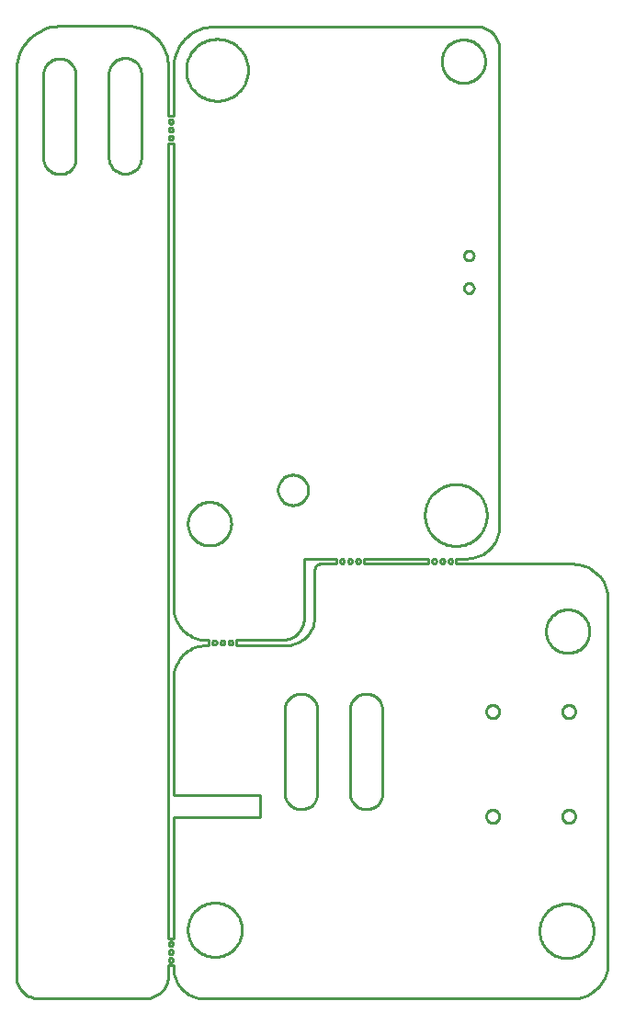
<source format=gbr>
G04 EAGLE Gerber RS-274X export*
G75*
%MOMM*%
%FSLAX34Y34*%
%LPD*%
%IN*%
%IPPOS*%
%AMOC8*
5,1,8,0,0,1.08239X$1,22.5*%
G01*
%ADD10C,0.254000*%


D10*
X0Y20000D02*
X76Y18257D01*
X304Y16527D01*
X681Y14824D01*
X1206Y13160D01*
X1874Y11548D01*
X2680Y10000D01*
X3617Y8528D01*
X4679Y7144D01*
X5858Y5858D01*
X7144Y4679D01*
X8528Y3617D01*
X10000Y2680D01*
X11548Y1874D01*
X13160Y1206D01*
X14824Y681D01*
X16527Y304D01*
X18257Y76D01*
X20000Y0D01*
X117500Y0D01*
X119336Y-51D01*
X121169Y59D01*
X122986Y327D01*
X124773Y753D01*
X126516Y1334D01*
X128201Y2063D01*
X129816Y2937D01*
X131349Y3949D01*
X132789Y5090D01*
X134123Y6352D01*
X135342Y7726D01*
X136437Y9201D01*
X137399Y10766D01*
X138221Y12408D01*
X138896Y14116D01*
X139421Y15876D01*
X139789Y17675D01*
X140000Y19500D01*
X140000Y30000D01*
X145000Y30000D01*
X144887Y27594D01*
X144984Y25187D01*
X145290Y22797D01*
X145803Y20444D01*
X146520Y18144D01*
X147434Y15915D01*
X148539Y13775D01*
X149827Y11738D01*
X151287Y9822D01*
X152908Y8041D01*
X154679Y6407D01*
X156585Y4934D01*
X158612Y3633D01*
X160745Y2514D01*
X162968Y1584D01*
X165263Y852D01*
X167613Y323D01*
X170000Y0D01*
X515000Y0D01*
X517823Y342D01*
X520606Y928D01*
X523326Y1754D01*
X525965Y2815D01*
X528501Y4102D01*
X530915Y5604D01*
X533189Y7312D01*
X535306Y9211D01*
X537249Y11287D01*
X539003Y13525D01*
X540556Y15907D01*
X541896Y18415D01*
X543012Y21031D01*
X543895Y23734D01*
X544540Y26503D01*
X544940Y29318D01*
X545094Y32158D01*
X545000Y35000D01*
X545000Y370000D01*
X544658Y372823D01*
X544072Y375606D01*
X543246Y378326D01*
X542185Y380965D01*
X540898Y383501D01*
X539396Y385915D01*
X537689Y388189D01*
X535789Y390306D01*
X533713Y392249D01*
X531476Y394003D01*
X529093Y395556D01*
X526585Y396896D01*
X523969Y398012D01*
X521266Y398895D01*
X518497Y399540D01*
X515682Y399940D01*
X512842Y400094D01*
X510000Y400000D01*
X405000Y400000D01*
X405000Y405000D01*
X415000Y405000D01*
X417615Y405114D01*
X420209Y405456D01*
X422765Y406022D01*
X425261Y406809D01*
X427679Y407811D01*
X430000Y409019D01*
X432207Y410425D01*
X434284Y412019D01*
X436213Y413787D01*
X437981Y415716D01*
X439575Y417793D01*
X440981Y420000D01*
X442189Y422321D01*
X443191Y424739D01*
X443978Y427235D01*
X444544Y429791D01*
X444886Y432385D01*
X445000Y435000D01*
X445000Y875000D01*
X444833Y876826D01*
X444507Y878631D01*
X444026Y880401D01*
X443392Y882122D01*
X442610Y883781D01*
X441687Y885366D01*
X440629Y886864D01*
X439444Y888265D01*
X438142Y889556D01*
X436733Y890730D01*
X435226Y891776D01*
X433634Y892687D01*
X431969Y893455D01*
X430243Y894076D01*
X428469Y894543D01*
X426662Y894855D01*
X424834Y895007D01*
X423000Y895000D01*
X185000Y895000D01*
X181722Y895075D01*
X178450Y894864D01*
X175209Y894369D01*
X172023Y893594D01*
X168918Y892543D01*
X165915Y891226D01*
X163039Y889652D01*
X160311Y887834D01*
X157751Y885784D01*
X155380Y883520D01*
X153216Y881057D01*
X151274Y878415D01*
X149570Y875614D01*
X148117Y872675D01*
X146925Y869621D01*
X146004Y866474D01*
X145361Y863259D01*
X145000Y860000D01*
X145000Y812500D01*
X140000Y812500D01*
X140000Y858000D01*
X139857Y861268D01*
X139430Y864512D01*
X138722Y867706D01*
X137738Y870826D01*
X136487Y873848D01*
X134976Y876750D01*
X133218Y879509D01*
X131227Y882105D01*
X129017Y884517D01*
X126605Y886727D01*
X124009Y888718D01*
X121250Y890476D01*
X118348Y891987D01*
X115326Y893238D01*
X112206Y894222D01*
X109012Y894930D01*
X105768Y895357D01*
X102500Y895500D01*
X42500Y895500D01*
X38952Y895509D01*
X35417Y895208D01*
X31922Y894601D01*
X28492Y893691D01*
X25155Y892486D01*
X21936Y890995D01*
X18859Y889229D01*
X15948Y887201D01*
X13225Y884927D01*
X10710Y882425D01*
X8422Y879712D01*
X6380Y876811D01*
X4599Y873743D01*
X3091Y870532D01*
X1870Y867201D01*
X943Y863776D01*
X318Y860284D01*
X0Y856750D01*
X0Y20000D01*
X140000Y55000D02*
X145000Y55000D01*
X145000Y167000D01*
X225000Y167000D01*
X225000Y187000D01*
X145000Y187000D01*
X145000Y295000D01*
X145114Y297615D01*
X145456Y300209D01*
X146022Y302765D01*
X146809Y305261D01*
X147811Y307679D01*
X149019Y310000D01*
X150425Y312207D01*
X152019Y314284D01*
X153787Y316213D01*
X155716Y317981D01*
X157793Y319575D01*
X160000Y320981D01*
X162321Y322189D01*
X164739Y323191D01*
X167235Y323978D01*
X169791Y324544D01*
X172385Y324886D01*
X175000Y325000D01*
X177500Y325000D01*
X177500Y330000D01*
X175000Y330000D01*
X172385Y330114D01*
X169791Y330456D01*
X167235Y331022D01*
X164739Y331809D01*
X162321Y332811D01*
X160000Y334019D01*
X157793Y335425D01*
X155716Y337019D01*
X153787Y338787D01*
X152019Y340716D01*
X150425Y342793D01*
X149019Y345000D01*
X147811Y347321D01*
X146809Y349739D01*
X146022Y352235D01*
X145456Y354791D01*
X145114Y357385D01*
X145000Y360000D01*
X145000Y787500D01*
X140000Y787500D01*
X140000Y55000D01*
X307300Y189100D02*
X307357Y187793D01*
X307528Y186495D01*
X307811Y185218D01*
X308205Y183970D01*
X308705Y182761D01*
X309310Y181600D01*
X310013Y180496D01*
X310809Y179458D01*
X311693Y178493D01*
X312658Y177609D01*
X313696Y176813D01*
X314800Y176110D01*
X315961Y175505D01*
X317170Y175005D01*
X318418Y174611D01*
X319695Y174328D01*
X320993Y174157D01*
X322300Y174100D01*
X323566Y174112D01*
X324826Y174233D01*
X326070Y174465D01*
X327289Y174803D01*
X328475Y175247D01*
X329617Y175793D01*
X330707Y176436D01*
X331737Y177171D01*
X332700Y177993D01*
X333586Y178897D01*
X334391Y179874D01*
X335107Y180917D01*
X335730Y182019D01*
X336255Y183171D01*
X336677Y184364D01*
X336993Y185590D01*
X337201Y186838D01*
X337300Y188100D01*
X337300Y265500D01*
X337243Y266807D01*
X337072Y268105D01*
X336789Y269382D01*
X336395Y270630D01*
X335895Y271839D01*
X335290Y273000D01*
X334587Y274104D01*
X333791Y275142D01*
X332907Y276107D01*
X331942Y276991D01*
X330904Y277787D01*
X329800Y278490D01*
X328639Y279095D01*
X327430Y279595D01*
X326182Y279989D01*
X324905Y280272D01*
X323607Y280443D01*
X322300Y280500D01*
X320993Y280443D01*
X319695Y280272D01*
X318418Y279989D01*
X317170Y279595D01*
X315961Y279095D01*
X314800Y278490D01*
X313696Y277787D01*
X312658Y276991D01*
X311693Y276107D01*
X310809Y275142D01*
X310013Y274104D01*
X309310Y273000D01*
X308705Y271839D01*
X308205Y270630D01*
X307811Y269382D01*
X307528Y268105D01*
X307357Y266807D01*
X307300Y265500D01*
X307300Y189100D01*
X247300Y189100D02*
X247357Y187793D01*
X247528Y186495D01*
X247811Y185218D01*
X248205Y183970D01*
X248705Y182761D01*
X249310Y181600D01*
X250013Y180496D01*
X250809Y179458D01*
X251693Y178493D01*
X252658Y177609D01*
X253696Y176813D01*
X254800Y176110D01*
X255961Y175505D01*
X257170Y175005D01*
X258418Y174611D01*
X259695Y174328D01*
X260993Y174157D01*
X262300Y174100D01*
X263566Y174112D01*
X264826Y174233D01*
X266070Y174465D01*
X267289Y174803D01*
X268475Y175247D01*
X269617Y175793D01*
X270707Y176436D01*
X271737Y177171D01*
X272700Y177993D01*
X273586Y178897D01*
X274391Y179874D01*
X275107Y180917D01*
X275730Y182019D01*
X276255Y183171D01*
X276677Y184364D01*
X276993Y185590D01*
X277201Y186838D01*
X277300Y188100D01*
X277300Y265500D01*
X277243Y266807D01*
X277072Y268105D01*
X276789Y269382D01*
X276395Y270630D01*
X275895Y271839D01*
X275290Y273000D01*
X274587Y274104D01*
X273791Y275142D01*
X272907Y276107D01*
X271942Y276991D01*
X270904Y277787D01*
X269800Y278490D01*
X268639Y279095D01*
X267430Y279595D01*
X266182Y279989D01*
X264905Y280272D01*
X263607Y280443D01*
X262300Y280500D01*
X260993Y280443D01*
X259695Y280272D01*
X258418Y279989D01*
X257170Y279595D01*
X255961Y279095D01*
X254800Y278490D01*
X253696Y277787D01*
X252658Y276991D01*
X251693Y276107D01*
X250809Y275142D01*
X250013Y274104D01*
X249310Y273000D01*
X248705Y271839D01*
X248205Y270630D01*
X247811Y269382D01*
X247528Y268105D01*
X247357Y266807D01*
X247300Y265500D01*
X247300Y189100D01*
X202500Y325000D02*
X245000Y325000D01*
X247406Y324887D01*
X249813Y324984D01*
X252203Y325290D01*
X254556Y325803D01*
X256856Y326520D01*
X259085Y327434D01*
X261225Y328539D01*
X263262Y329827D01*
X265178Y331287D01*
X266959Y332908D01*
X268593Y334679D01*
X270066Y336585D01*
X271367Y338612D01*
X272487Y340745D01*
X273416Y342968D01*
X274148Y345263D01*
X274677Y347613D01*
X275000Y350000D01*
X275000Y395000D01*
X275019Y395436D01*
X275076Y395868D01*
X275170Y396294D01*
X275302Y396710D01*
X275468Y397113D01*
X275670Y397500D01*
X275904Y397868D01*
X276170Y398214D01*
X276464Y398536D01*
X276786Y398830D01*
X277132Y399096D01*
X277500Y399330D01*
X277887Y399532D01*
X278290Y399698D01*
X278706Y399830D01*
X279132Y399924D01*
X279564Y399981D01*
X280000Y400000D01*
X295000Y400000D01*
X295000Y405000D01*
X265000Y405000D01*
X265000Y350000D01*
X264924Y348257D01*
X264696Y346527D01*
X264319Y344824D01*
X263794Y343160D01*
X263126Y341548D01*
X262321Y340000D01*
X261383Y338528D01*
X260321Y337144D01*
X259142Y335858D01*
X257856Y334679D01*
X256472Y333617D01*
X255000Y332680D01*
X253452Y331874D01*
X251840Y331206D01*
X250176Y330681D01*
X248473Y330304D01*
X246743Y330076D01*
X245000Y330000D01*
X202500Y330000D01*
X202500Y325000D01*
X85200Y774500D02*
X85257Y773193D01*
X85428Y771895D01*
X85711Y770618D01*
X86105Y769370D01*
X86605Y768161D01*
X87210Y767000D01*
X87913Y765896D01*
X88709Y764858D01*
X89593Y763893D01*
X90558Y763009D01*
X91596Y762213D01*
X92700Y761510D01*
X93861Y760905D01*
X95070Y760405D01*
X96318Y760011D01*
X97595Y759728D01*
X98893Y759557D01*
X100200Y759500D01*
X101507Y759557D01*
X102805Y759728D01*
X104082Y760011D01*
X105330Y760405D01*
X106539Y760905D01*
X107700Y761510D01*
X108804Y762213D01*
X109842Y763009D01*
X110807Y763893D01*
X111691Y764858D01*
X112487Y765896D01*
X113190Y767000D01*
X113795Y768161D01*
X114295Y769370D01*
X114689Y770618D01*
X114972Y771895D01*
X115143Y773193D01*
X115200Y774500D01*
X115200Y850900D01*
X115143Y852207D01*
X114972Y853505D01*
X114689Y854782D01*
X114295Y856030D01*
X113795Y857239D01*
X113190Y858400D01*
X112487Y859504D01*
X111691Y860542D01*
X110807Y861507D01*
X109842Y862391D01*
X108804Y863187D01*
X107700Y863890D01*
X106539Y864495D01*
X105330Y864995D01*
X104082Y865389D01*
X102805Y865672D01*
X101507Y865843D01*
X100200Y865900D01*
X98934Y865888D01*
X97675Y865767D01*
X96430Y865535D01*
X95211Y865197D01*
X94025Y864753D01*
X92883Y864207D01*
X91793Y863565D01*
X90763Y862829D01*
X89801Y862007D01*
X88914Y861103D01*
X88109Y860126D01*
X87393Y859083D01*
X86770Y857981D01*
X86245Y856829D01*
X85824Y855636D01*
X85507Y854410D01*
X85299Y853162D01*
X85200Y851900D01*
X85200Y774500D01*
X24800Y774100D02*
X24857Y772793D01*
X25028Y771495D01*
X25311Y770218D01*
X25705Y768970D01*
X26205Y767761D01*
X26810Y766600D01*
X27513Y765496D01*
X28309Y764458D01*
X29193Y763493D01*
X30158Y762609D01*
X31196Y761813D01*
X32300Y761110D01*
X33461Y760505D01*
X34670Y760005D01*
X35918Y759611D01*
X37195Y759328D01*
X38493Y759157D01*
X39800Y759100D01*
X41066Y759112D01*
X42326Y759233D01*
X43570Y759465D01*
X44789Y759803D01*
X45975Y760247D01*
X47117Y760793D01*
X48207Y761436D01*
X49237Y762171D01*
X50200Y762993D01*
X51086Y763897D01*
X51891Y764874D01*
X52607Y765917D01*
X53230Y767019D01*
X53755Y768171D01*
X54177Y769364D01*
X54493Y770590D01*
X54701Y771838D01*
X54800Y773100D01*
X54800Y850500D01*
X54743Y851807D01*
X54572Y853105D01*
X54289Y854382D01*
X53895Y855630D01*
X53395Y856839D01*
X52790Y858000D01*
X52087Y859104D01*
X51291Y860142D01*
X50407Y861107D01*
X49442Y861991D01*
X48404Y862787D01*
X47300Y863490D01*
X46139Y864095D01*
X44930Y864595D01*
X43682Y864989D01*
X42405Y865272D01*
X41107Y865443D01*
X39800Y865500D01*
X38493Y865443D01*
X37195Y865272D01*
X35918Y864989D01*
X34670Y864595D01*
X33461Y864095D01*
X32300Y863490D01*
X31196Y862787D01*
X30158Y861991D01*
X29193Y861107D01*
X28309Y860142D01*
X27513Y859104D01*
X26810Y858000D01*
X26205Y856839D01*
X25705Y855630D01*
X25311Y854382D01*
X25028Y853105D01*
X24857Y851807D01*
X24800Y850500D01*
X24800Y774100D01*
X320000Y400000D02*
X380000Y400000D01*
X380000Y405000D01*
X320000Y405000D01*
X320000Y400000D01*
X302000Y402303D02*
X301923Y401917D01*
X301772Y401553D01*
X301554Y401225D01*
X301275Y400947D01*
X300947Y400728D01*
X300583Y400577D01*
X300197Y400500D01*
X299803Y400500D01*
X299417Y400577D01*
X299053Y400728D01*
X298725Y400947D01*
X298447Y401225D01*
X298228Y401553D01*
X298077Y401917D01*
X298000Y402303D01*
X298000Y402697D01*
X298077Y403083D01*
X298228Y403447D01*
X298447Y403775D01*
X298725Y404054D01*
X299053Y404272D01*
X299417Y404423D01*
X299803Y404500D01*
X300197Y404500D01*
X300583Y404423D01*
X300947Y404272D01*
X301275Y404054D01*
X301554Y403775D01*
X301772Y403447D01*
X301923Y403083D01*
X302000Y402697D01*
X302000Y402303D01*
X309500Y402303D02*
X309423Y401917D01*
X309272Y401553D01*
X309054Y401225D01*
X308775Y400947D01*
X308447Y400728D01*
X308083Y400577D01*
X307697Y400500D01*
X307303Y400500D01*
X306917Y400577D01*
X306553Y400728D01*
X306225Y400947D01*
X305947Y401225D01*
X305728Y401553D01*
X305577Y401917D01*
X305500Y402303D01*
X305500Y402697D01*
X305577Y403083D01*
X305728Y403447D01*
X305947Y403775D01*
X306225Y404054D01*
X306553Y404272D01*
X306917Y404423D01*
X307303Y404500D01*
X307697Y404500D01*
X308083Y404423D01*
X308447Y404272D01*
X308775Y404054D01*
X309054Y403775D01*
X309272Y403447D01*
X309423Y403083D01*
X309500Y402697D01*
X309500Y402303D01*
X317000Y402303D02*
X316923Y401917D01*
X316772Y401553D01*
X316554Y401225D01*
X316275Y400947D01*
X315947Y400728D01*
X315583Y400577D01*
X315197Y400500D01*
X314803Y400500D01*
X314417Y400577D01*
X314053Y400728D01*
X313725Y400947D01*
X313447Y401225D01*
X313228Y401553D01*
X313077Y401917D01*
X313000Y402303D01*
X313000Y402697D01*
X313077Y403083D01*
X313228Y403447D01*
X313447Y403775D01*
X313725Y404054D01*
X314053Y404272D01*
X314417Y404423D01*
X314803Y404500D01*
X315197Y404500D01*
X315583Y404423D01*
X315947Y404272D01*
X316275Y404054D01*
X316554Y403775D01*
X316772Y403447D01*
X316923Y403083D01*
X317000Y402697D01*
X317000Y402303D01*
X387000Y402303D02*
X386923Y401917D01*
X386772Y401553D01*
X386554Y401225D01*
X386275Y400947D01*
X385947Y400728D01*
X385583Y400577D01*
X385197Y400500D01*
X384803Y400500D01*
X384417Y400577D01*
X384053Y400728D01*
X383725Y400947D01*
X383447Y401225D01*
X383228Y401553D01*
X383077Y401917D01*
X383000Y402303D01*
X383000Y402697D01*
X383077Y403083D01*
X383228Y403447D01*
X383447Y403775D01*
X383725Y404054D01*
X384053Y404272D01*
X384417Y404423D01*
X384803Y404500D01*
X385197Y404500D01*
X385583Y404423D01*
X385947Y404272D01*
X386275Y404054D01*
X386554Y403775D01*
X386772Y403447D01*
X386923Y403083D01*
X387000Y402697D01*
X387000Y402303D01*
X394500Y402303D02*
X394423Y401917D01*
X394272Y401553D01*
X394054Y401225D01*
X393775Y400947D01*
X393447Y400728D01*
X393083Y400577D01*
X392697Y400500D01*
X392303Y400500D01*
X391917Y400577D01*
X391553Y400728D01*
X391225Y400947D01*
X390947Y401225D01*
X390728Y401553D01*
X390577Y401917D01*
X390500Y402303D01*
X390500Y402697D01*
X390577Y403083D01*
X390728Y403447D01*
X390947Y403775D01*
X391225Y404054D01*
X391553Y404272D01*
X391917Y404423D01*
X392303Y404500D01*
X392697Y404500D01*
X393083Y404423D01*
X393447Y404272D01*
X393775Y404054D01*
X394054Y403775D01*
X394272Y403447D01*
X394423Y403083D01*
X394500Y402697D01*
X394500Y402303D01*
X402000Y402303D02*
X401923Y401917D01*
X401772Y401553D01*
X401554Y401225D01*
X401275Y400947D01*
X400947Y400728D01*
X400583Y400577D01*
X400197Y400500D01*
X399803Y400500D01*
X399417Y400577D01*
X399053Y400728D01*
X398725Y400947D01*
X398447Y401225D01*
X398228Y401553D01*
X398077Y401917D01*
X398000Y402303D01*
X398000Y402697D01*
X398077Y403083D01*
X398228Y403447D01*
X398447Y403775D01*
X398725Y404054D01*
X399053Y404272D01*
X399417Y404423D01*
X399803Y404500D01*
X400197Y404500D01*
X400583Y404423D01*
X400947Y404272D01*
X401275Y404054D01*
X401554Y403775D01*
X401772Y403447D01*
X401923Y403083D01*
X402000Y402697D01*
X402000Y402303D01*
X199500Y327303D02*
X199423Y326917D01*
X199272Y326553D01*
X199054Y326225D01*
X198775Y325947D01*
X198447Y325728D01*
X198083Y325577D01*
X197697Y325500D01*
X197303Y325500D01*
X196917Y325577D01*
X196553Y325728D01*
X196225Y325947D01*
X195947Y326225D01*
X195728Y326553D01*
X195577Y326917D01*
X195500Y327303D01*
X195500Y327697D01*
X195577Y328083D01*
X195728Y328447D01*
X195947Y328775D01*
X196225Y329054D01*
X196553Y329272D01*
X196917Y329423D01*
X197303Y329500D01*
X197697Y329500D01*
X198083Y329423D01*
X198447Y329272D01*
X198775Y329054D01*
X199054Y328775D01*
X199272Y328447D01*
X199423Y328083D01*
X199500Y327697D01*
X199500Y327303D01*
X184500Y327303D02*
X184423Y326917D01*
X184272Y326553D01*
X184054Y326225D01*
X183775Y325947D01*
X183447Y325728D01*
X183083Y325577D01*
X182697Y325500D01*
X182303Y325500D01*
X181917Y325577D01*
X181553Y325728D01*
X181225Y325947D01*
X180947Y326225D01*
X180728Y326553D01*
X180577Y326917D01*
X180500Y327303D01*
X180500Y327697D01*
X180577Y328083D01*
X180728Y328447D01*
X180947Y328775D01*
X181225Y329054D01*
X181553Y329272D01*
X181917Y329423D01*
X182303Y329500D01*
X182697Y329500D01*
X183083Y329423D01*
X183447Y329272D01*
X183775Y329054D01*
X184054Y328775D01*
X184272Y328447D01*
X184423Y328083D01*
X184500Y327697D01*
X184500Y327303D01*
X192000Y327303D02*
X191923Y326917D01*
X191772Y326553D01*
X191554Y326225D01*
X191275Y325947D01*
X190947Y325728D01*
X190583Y325577D01*
X190197Y325500D01*
X189803Y325500D01*
X189417Y325577D01*
X189053Y325728D01*
X188725Y325947D01*
X188447Y326225D01*
X188228Y326553D01*
X188077Y326917D01*
X188000Y327303D01*
X188000Y327697D01*
X188077Y328083D01*
X188228Y328447D01*
X188447Y328775D01*
X188725Y329054D01*
X189053Y329272D01*
X189417Y329423D01*
X189803Y329500D01*
X190197Y329500D01*
X190583Y329423D01*
X190947Y329272D01*
X191275Y329054D01*
X191554Y328775D01*
X191772Y328447D01*
X191923Y328083D01*
X192000Y327697D01*
X192000Y327303D01*
X213500Y854254D02*
X213422Y852763D01*
X213266Y851279D01*
X213032Y849805D01*
X212722Y848345D01*
X212336Y846903D01*
X211875Y845483D01*
X211340Y844090D01*
X210733Y842726D01*
X210055Y841396D01*
X209309Y840104D01*
X208496Y838852D01*
X207618Y837644D01*
X206679Y836484D01*
X205680Y835375D01*
X204625Y834320D01*
X203516Y833321D01*
X202356Y832382D01*
X201148Y831504D01*
X199896Y830691D01*
X198604Y829945D01*
X197274Y829268D01*
X195910Y828660D01*
X194517Y828126D01*
X193097Y827664D01*
X191655Y827278D01*
X190196Y826968D01*
X188721Y826734D01*
X187237Y826578D01*
X185746Y826500D01*
X184254Y826500D01*
X182763Y826578D01*
X181279Y826734D01*
X179805Y826968D01*
X178345Y827278D01*
X176903Y827664D01*
X175483Y828126D01*
X174090Y828660D01*
X172726Y829268D01*
X171396Y829945D01*
X170104Y830691D01*
X168852Y831504D01*
X167644Y832382D01*
X166484Y833321D01*
X165375Y834320D01*
X164320Y835375D01*
X163321Y836484D01*
X162382Y837644D01*
X161504Y838852D01*
X160691Y840104D01*
X159945Y841396D01*
X159268Y842726D01*
X158660Y844090D01*
X158126Y845483D01*
X157664Y846903D01*
X157278Y848345D01*
X156968Y849805D01*
X156734Y851279D01*
X156578Y852763D01*
X156500Y854254D01*
X156500Y855746D01*
X156578Y857237D01*
X156734Y858721D01*
X156968Y860196D01*
X157278Y861655D01*
X157664Y863097D01*
X158126Y864517D01*
X158660Y865910D01*
X159268Y867274D01*
X159945Y868604D01*
X160691Y869896D01*
X161504Y871148D01*
X162382Y872356D01*
X163321Y873516D01*
X164320Y874625D01*
X165375Y875680D01*
X166484Y876679D01*
X167644Y877618D01*
X168852Y878496D01*
X170104Y879309D01*
X171396Y880055D01*
X172726Y880733D01*
X174090Y881340D01*
X175483Y881875D01*
X176903Y882336D01*
X178345Y882722D01*
X179805Y883032D01*
X181279Y883266D01*
X182763Y883422D01*
X184254Y883500D01*
X185746Y883500D01*
X187237Y883422D01*
X188721Y883266D01*
X190196Y883032D01*
X191655Y882722D01*
X193097Y882336D01*
X194517Y881875D01*
X195910Y881340D01*
X197274Y880733D01*
X198604Y880055D01*
X199896Y879309D01*
X201148Y878496D01*
X202356Y877618D01*
X203516Y876679D01*
X204625Y875680D01*
X205680Y874625D01*
X206679Y873516D01*
X207618Y872356D01*
X208496Y871148D01*
X209309Y869896D01*
X210055Y868604D01*
X210733Y867274D01*
X211340Y865910D01*
X211875Y864517D01*
X212336Y863097D01*
X212722Y861655D01*
X213032Y860196D01*
X213266Y858721D01*
X213422Y857237D01*
X213500Y855746D01*
X213500Y854254D01*
X433500Y444254D02*
X433422Y442763D01*
X433266Y441279D01*
X433032Y439805D01*
X432722Y438345D01*
X432336Y436903D01*
X431875Y435483D01*
X431340Y434090D01*
X430733Y432726D01*
X430055Y431396D01*
X429309Y430104D01*
X428496Y428852D01*
X427618Y427644D01*
X426679Y426484D01*
X425680Y425375D01*
X424625Y424320D01*
X423516Y423321D01*
X422356Y422382D01*
X421148Y421504D01*
X419896Y420691D01*
X418604Y419945D01*
X417274Y419268D01*
X415910Y418660D01*
X414517Y418126D01*
X413097Y417664D01*
X411655Y417278D01*
X410196Y416968D01*
X408721Y416734D01*
X407237Y416578D01*
X405746Y416500D01*
X404254Y416500D01*
X402763Y416578D01*
X401279Y416734D01*
X399805Y416968D01*
X398345Y417278D01*
X396903Y417664D01*
X395483Y418126D01*
X394090Y418660D01*
X392726Y419268D01*
X391396Y419945D01*
X390104Y420691D01*
X388852Y421504D01*
X387644Y422382D01*
X386484Y423321D01*
X385375Y424320D01*
X384320Y425375D01*
X383321Y426484D01*
X382382Y427644D01*
X381504Y428852D01*
X380691Y430104D01*
X379945Y431396D01*
X379268Y432726D01*
X378660Y434090D01*
X378126Y435483D01*
X377664Y436903D01*
X377278Y438345D01*
X376968Y439805D01*
X376734Y441279D01*
X376578Y442763D01*
X376500Y444254D01*
X376500Y445746D01*
X376578Y447237D01*
X376734Y448721D01*
X376968Y450196D01*
X377278Y451655D01*
X377664Y453097D01*
X378126Y454517D01*
X378660Y455910D01*
X379268Y457274D01*
X379945Y458604D01*
X380691Y459896D01*
X381504Y461148D01*
X382382Y462356D01*
X383321Y463516D01*
X384320Y464625D01*
X385375Y465680D01*
X386484Y466679D01*
X387644Y467618D01*
X388852Y468496D01*
X390104Y469309D01*
X391396Y470055D01*
X392726Y470733D01*
X394090Y471340D01*
X395483Y471875D01*
X396903Y472336D01*
X398345Y472722D01*
X399805Y473032D01*
X401279Y473266D01*
X402763Y473422D01*
X404254Y473500D01*
X405746Y473500D01*
X407237Y473422D01*
X408721Y473266D01*
X410196Y473032D01*
X411655Y472722D01*
X413097Y472336D01*
X414517Y471875D01*
X415910Y471340D01*
X417274Y470733D01*
X418604Y470055D01*
X419896Y469309D01*
X421148Y468496D01*
X422356Y467618D01*
X423516Y466679D01*
X424625Y465680D01*
X425680Y464625D01*
X426679Y463516D01*
X427618Y462356D01*
X428496Y461148D01*
X429309Y459896D01*
X430055Y458604D01*
X430733Y457274D01*
X431340Y455910D01*
X431875Y454517D01*
X432336Y453097D01*
X432722Y451655D01*
X433032Y450196D01*
X433266Y448721D01*
X433422Y447237D01*
X433500Y445746D01*
X433500Y444254D01*
X144500Y34803D02*
X144423Y34417D01*
X144272Y34053D01*
X144054Y33725D01*
X143775Y33447D01*
X143447Y33228D01*
X143083Y33077D01*
X142697Y33000D01*
X142303Y33000D01*
X141917Y33077D01*
X141553Y33228D01*
X141225Y33447D01*
X140947Y33725D01*
X140728Y34053D01*
X140577Y34417D01*
X140500Y34803D01*
X140500Y35197D01*
X140577Y35583D01*
X140728Y35947D01*
X140947Y36275D01*
X141225Y36554D01*
X141553Y36772D01*
X141917Y36923D01*
X142303Y37000D01*
X142697Y37000D01*
X143083Y36923D01*
X143447Y36772D01*
X143775Y36554D01*
X144054Y36275D01*
X144272Y35947D01*
X144423Y35583D01*
X144500Y35197D01*
X144500Y34803D01*
X144500Y42303D02*
X144423Y41917D01*
X144272Y41553D01*
X144054Y41225D01*
X143775Y40947D01*
X143447Y40728D01*
X143083Y40577D01*
X142697Y40500D01*
X142303Y40500D01*
X141917Y40577D01*
X141553Y40728D01*
X141225Y40947D01*
X140947Y41225D01*
X140728Y41553D01*
X140577Y41917D01*
X140500Y42303D01*
X140500Y42697D01*
X140577Y43083D01*
X140728Y43447D01*
X140947Y43775D01*
X141225Y44054D01*
X141553Y44272D01*
X141917Y44423D01*
X142303Y44500D01*
X142697Y44500D01*
X143083Y44423D01*
X143447Y44272D01*
X143775Y44054D01*
X144054Y43775D01*
X144272Y43447D01*
X144423Y43083D01*
X144500Y42697D01*
X144500Y42303D01*
X144500Y49803D02*
X144423Y49417D01*
X144272Y49053D01*
X144054Y48725D01*
X143775Y48447D01*
X143447Y48228D01*
X143083Y48077D01*
X142697Y48000D01*
X142303Y48000D01*
X141917Y48077D01*
X141553Y48228D01*
X141225Y48447D01*
X140947Y48725D01*
X140728Y49053D01*
X140577Y49417D01*
X140500Y49803D01*
X140500Y50197D01*
X140577Y50583D01*
X140728Y50947D01*
X140947Y51275D01*
X141225Y51554D01*
X141553Y51772D01*
X141917Y51923D01*
X142303Y52000D01*
X142697Y52000D01*
X143083Y51923D01*
X143447Y51772D01*
X143775Y51554D01*
X144054Y51275D01*
X144272Y50947D01*
X144423Y50583D01*
X144500Y50197D01*
X144500Y49803D01*
X144500Y792303D02*
X144423Y791917D01*
X144272Y791553D01*
X144054Y791225D01*
X143775Y790947D01*
X143447Y790728D01*
X143083Y790577D01*
X142697Y790500D01*
X142303Y790500D01*
X141917Y790577D01*
X141553Y790728D01*
X141225Y790947D01*
X140947Y791225D01*
X140728Y791553D01*
X140577Y791917D01*
X140500Y792303D01*
X140500Y792697D01*
X140577Y793083D01*
X140728Y793447D01*
X140947Y793775D01*
X141225Y794054D01*
X141553Y794272D01*
X141917Y794423D01*
X142303Y794500D01*
X142697Y794500D01*
X143083Y794423D01*
X143447Y794272D01*
X143775Y794054D01*
X144054Y793775D01*
X144272Y793447D01*
X144423Y793083D01*
X144500Y792697D01*
X144500Y792303D01*
X144500Y799803D02*
X144423Y799417D01*
X144272Y799053D01*
X144054Y798725D01*
X143775Y798447D01*
X143447Y798228D01*
X143083Y798077D01*
X142697Y798000D01*
X142303Y798000D01*
X141917Y798077D01*
X141553Y798228D01*
X141225Y798447D01*
X140947Y798725D01*
X140728Y799053D01*
X140577Y799417D01*
X140500Y799803D01*
X140500Y800197D01*
X140577Y800583D01*
X140728Y800947D01*
X140947Y801275D01*
X141225Y801554D01*
X141553Y801772D01*
X141917Y801923D01*
X142303Y802000D01*
X142697Y802000D01*
X143083Y801923D01*
X143447Y801772D01*
X143775Y801554D01*
X144054Y801275D01*
X144272Y800947D01*
X144423Y800583D01*
X144500Y800197D01*
X144500Y799803D01*
X144500Y807303D02*
X144423Y806917D01*
X144272Y806553D01*
X144054Y806225D01*
X143775Y805947D01*
X143447Y805728D01*
X143083Y805577D01*
X142697Y805500D01*
X142303Y805500D01*
X141917Y805577D01*
X141553Y805728D01*
X141225Y805947D01*
X140947Y806225D01*
X140728Y806553D01*
X140577Y806917D01*
X140500Y807303D01*
X140500Y807697D01*
X140577Y808083D01*
X140728Y808447D01*
X140947Y808775D01*
X141225Y809054D01*
X141553Y809272D01*
X141917Y809423D01*
X142303Y809500D01*
X142697Y809500D01*
X143083Y809423D01*
X143447Y809272D01*
X143775Y809054D01*
X144054Y808775D01*
X144272Y808447D01*
X144423Y808083D01*
X144500Y807697D01*
X144500Y807303D01*
X208000Y62299D02*
X207921Y60898D01*
X207764Y59504D01*
X207529Y58121D01*
X207217Y56753D01*
X206829Y55405D01*
X206365Y54081D01*
X205829Y52785D01*
X205220Y51521D01*
X204541Y50293D01*
X203795Y49105D01*
X202983Y47961D01*
X202108Y46864D01*
X201174Y45818D01*
X200182Y44826D01*
X199136Y43892D01*
X198039Y43017D01*
X196895Y42205D01*
X195707Y41459D01*
X194479Y40780D01*
X193215Y40171D01*
X191919Y39635D01*
X190595Y39171D01*
X189247Y38783D01*
X187879Y38471D01*
X186496Y38236D01*
X185102Y38079D01*
X183701Y38000D01*
X182299Y38000D01*
X180898Y38079D01*
X179504Y38236D01*
X178121Y38471D01*
X176753Y38783D01*
X175405Y39171D01*
X174081Y39635D01*
X172785Y40171D01*
X171521Y40780D01*
X170293Y41459D01*
X169105Y42205D01*
X167961Y43017D01*
X166864Y43892D01*
X165818Y44826D01*
X164826Y45818D01*
X163892Y46864D01*
X163017Y47961D01*
X162205Y49105D01*
X161459Y50293D01*
X160780Y51521D01*
X160171Y52785D01*
X159635Y54081D01*
X159171Y55405D01*
X158783Y56753D01*
X158471Y58121D01*
X158236Y59504D01*
X158079Y60898D01*
X158000Y62299D01*
X158000Y63701D01*
X158079Y65102D01*
X158236Y66496D01*
X158471Y67879D01*
X158783Y69247D01*
X159171Y70595D01*
X159635Y71919D01*
X160171Y73215D01*
X160780Y74479D01*
X161459Y75707D01*
X162205Y76895D01*
X163017Y78039D01*
X163892Y79136D01*
X164826Y80182D01*
X165818Y81174D01*
X166864Y82108D01*
X167961Y82983D01*
X169105Y83795D01*
X170293Y84541D01*
X171521Y85220D01*
X172785Y85829D01*
X174081Y86365D01*
X175405Y86829D01*
X176753Y87217D01*
X178121Y87529D01*
X179504Y87764D01*
X180898Y87921D01*
X182299Y88000D01*
X183701Y88000D01*
X185102Y87921D01*
X186496Y87764D01*
X187879Y87529D01*
X189247Y87217D01*
X190595Y86829D01*
X191919Y86365D01*
X193215Y85829D01*
X194479Y85220D01*
X195707Y84541D01*
X196895Y83795D01*
X198039Y82983D01*
X199136Y82108D01*
X200182Y81174D01*
X201174Y80182D01*
X202108Y79136D01*
X202983Y78039D01*
X203795Y76895D01*
X204541Y75707D01*
X205220Y74479D01*
X205829Y73215D01*
X206365Y71919D01*
X206829Y70595D01*
X207217Y69247D01*
X207529Y67879D01*
X207764Y66496D01*
X207921Y65102D01*
X208000Y63701D01*
X208000Y62299D01*
X532000Y61299D02*
X531921Y59898D01*
X531764Y58504D01*
X531529Y57121D01*
X531217Y55753D01*
X530829Y54405D01*
X530365Y53081D01*
X529829Y51785D01*
X529220Y50521D01*
X528541Y49293D01*
X527795Y48105D01*
X526983Y46961D01*
X526108Y45864D01*
X525174Y44818D01*
X524182Y43826D01*
X523136Y42892D01*
X522039Y42017D01*
X520895Y41205D01*
X519707Y40459D01*
X518479Y39780D01*
X517215Y39171D01*
X515919Y38635D01*
X514595Y38171D01*
X513247Y37783D01*
X511879Y37471D01*
X510496Y37236D01*
X509102Y37079D01*
X507701Y37000D01*
X506299Y37000D01*
X504898Y37079D01*
X503504Y37236D01*
X502121Y37471D01*
X500753Y37783D01*
X499405Y38171D01*
X498081Y38635D01*
X496785Y39171D01*
X495521Y39780D01*
X494293Y40459D01*
X493105Y41205D01*
X491961Y42017D01*
X490864Y42892D01*
X489818Y43826D01*
X488826Y44818D01*
X487892Y45864D01*
X487017Y46961D01*
X486205Y48105D01*
X485459Y49293D01*
X484780Y50521D01*
X484171Y51785D01*
X483635Y53081D01*
X483171Y54405D01*
X482783Y55753D01*
X482471Y57121D01*
X482236Y58504D01*
X482079Y59898D01*
X482000Y61299D01*
X482000Y62701D01*
X482079Y64102D01*
X482236Y65496D01*
X482471Y66879D01*
X482783Y68247D01*
X483171Y69595D01*
X483635Y70919D01*
X484171Y72215D01*
X484780Y73479D01*
X485459Y74707D01*
X486205Y75895D01*
X487017Y77039D01*
X487892Y78136D01*
X488826Y79182D01*
X489818Y80174D01*
X490864Y81108D01*
X491961Y81983D01*
X493105Y82795D01*
X494293Y83541D01*
X495521Y84220D01*
X496785Y84829D01*
X498081Y85365D01*
X499405Y85829D01*
X500753Y86217D01*
X502121Y86529D01*
X503504Y86764D01*
X504898Y86921D01*
X506299Y87000D01*
X507701Y87000D01*
X509102Y86921D01*
X510496Y86764D01*
X511879Y86529D01*
X513247Y86217D01*
X514595Y85829D01*
X515919Y85365D01*
X517215Y84829D01*
X518479Y84220D01*
X519707Y83541D01*
X520895Y82795D01*
X522039Y81983D01*
X523136Y81108D01*
X524182Y80174D01*
X525174Y79182D01*
X526108Y78136D01*
X526983Y77039D01*
X527795Y75895D01*
X528541Y74707D01*
X529220Y73479D01*
X529829Y72215D01*
X530365Y70919D01*
X530829Y69595D01*
X531217Y68247D01*
X531529Y66879D01*
X531764Y65496D01*
X531921Y64102D01*
X532000Y62701D01*
X532000Y61299D01*
X528000Y337396D02*
X527927Y336189D01*
X527781Y334989D01*
X527563Y333800D01*
X527274Y332627D01*
X526915Y331473D01*
X526486Y330343D01*
X525990Y329241D01*
X525428Y328170D01*
X524803Y327136D01*
X524116Y326141D01*
X523371Y325190D01*
X522569Y324285D01*
X521715Y323431D01*
X520810Y322629D01*
X519859Y321884D01*
X518864Y321197D01*
X517830Y320572D01*
X516759Y320010D01*
X515657Y319514D01*
X514527Y319085D01*
X513373Y318726D01*
X512200Y318437D01*
X511011Y318219D01*
X509811Y318073D01*
X508604Y318000D01*
X507396Y318000D01*
X506189Y318073D01*
X504989Y318219D01*
X503800Y318437D01*
X502627Y318726D01*
X501473Y319085D01*
X500343Y319514D01*
X499241Y320010D01*
X498170Y320572D01*
X497136Y321197D01*
X496141Y321884D01*
X495190Y322629D01*
X494285Y323431D01*
X493431Y324285D01*
X492629Y325190D01*
X491884Y326141D01*
X491197Y327136D01*
X490572Y328170D01*
X490010Y329241D01*
X489514Y330343D01*
X489085Y331473D01*
X488726Y332627D01*
X488437Y333800D01*
X488219Y334989D01*
X488073Y336189D01*
X488000Y337396D01*
X488000Y338604D01*
X488073Y339811D01*
X488219Y341011D01*
X488437Y342200D01*
X488726Y343373D01*
X489085Y344527D01*
X489514Y345657D01*
X490010Y346759D01*
X490572Y347830D01*
X491197Y348864D01*
X491884Y349859D01*
X492629Y350810D01*
X493431Y351715D01*
X494285Y352569D01*
X495190Y353371D01*
X496141Y354116D01*
X497136Y354803D01*
X498170Y355428D01*
X499241Y355990D01*
X500343Y356486D01*
X501473Y356915D01*
X502627Y357274D01*
X503800Y357563D01*
X504989Y357781D01*
X506189Y357927D01*
X507396Y358000D01*
X508604Y358000D01*
X509811Y357927D01*
X511011Y357781D01*
X512200Y357563D01*
X513373Y357274D01*
X514527Y356915D01*
X515657Y356486D01*
X516759Y355990D01*
X517830Y355428D01*
X518864Y354803D01*
X519859Y354116D01*
X520810Y353371D01*
X521715Y352569D01*
X522569Y351715D01*
X523371Y350810D01*
X524116Y349859D01*
X524803Y348864D01*
X525428Y347830D01*
X525990Y346759D01*
X526486Y345657D01*
X526915Y344527D01*
X527274Y343373D01*
X527563Y342200D01*
X527781Y341011D01*
X527927Y339811D01*
X528000Y338604D01*
X528000Y337396D01*
X198000Y436396D02*
X197927Y435189D01*
X197781Y433989D01*
X197563Y432800D01*
X197274Y431627D01*
X196915Y430473D01*
X196486Y429343D01*
X195990Y428241D01*
X195428Y427170D01*
X194803Y426136D01*
X194116Y425141D01*
X193371Y424190D01*
X192569Y423285D01*
X191715Y422431D01*
X190810Y421629D01*
X189859Y420884D01*
X188864Y420197D01*
X187830Y419572D01*
X186759Y419010D01*
X185657Y418514D01*
X184527Y418085D01*
X183373Y417726D01*
X182200Y417437D01*
X181011Y417219D01*
X179811Y417073D01*
X178604Y417000D01*
X177396Y417000D01*
X176189Y417073D01*
X174989Y417219D01*
X173800Y417437D01*
X172627Y417726D01*
X171473Y418085D01*
X170343Y418514D01*
X169241Y419010D01*
X168170Y419572D01*
X167136Y420197D01*
X166141Y420884D01*
X165190Y421629D01*
X164285Y422431D01*
X163431Y423285D01*
X162629Y424190D01*
X161884Y425141D01*
X161197Y426136D01*
X160572Y427170D01*
X160010Y428241D01*
X159514Y429343D01*
X159085Y430473D01*
X158726Y431627D01*
X158437Y432800D01*
X158219Y433989D01*
X158073Y435189D01*
X158000Y436396D01*
X158000Y437604D01*
X158073Y438811D01*
X158219Y440011D01*
X158437Y441200D01*
X158726Y442373D01*
X159085Y443527D01*
X159514Y444657D01*
X160010Y445759D01*
X160572Y446830D01*
X161197Y447864D01*
X161884Y448859D01*
X162629Y449810D01*
X163431Y450715D01*
X164285Y451569D01*
X165190Y452371D01*
X166141Y453116D01*
X167136Y453803D01*
X168170Y454428D01*
X169241Y454990D01*
X170343Y455486D01*
X171473Y455915D01*
X172627Y456274D01*
X173800Y456563D01*
X174989Y456781D01*
X176189Y456927D01*
X177396Y457000D01*
X178604Y457000D01*
X179811Y456927D01*
X181011Y456781D01*
X182200Y456563D01*
X183373Y456274D01*
X184527Y455915D01*
X185657Y455486D01*
X186759Y454990D01*
X187830Y454428D01*
X188864Y453803D01*
X189859Y453116D01*
X190810Y452371D01*
X191715Y451569D01*
X192569Y450715D01*
X193371Y449810D01*
X194116Y448859D01*
X194803Y447864D01*
X195428Y446830D01*
X195990Y445759D01*
X196486Y444657D01*
X196915Y443527D01*
X197274Y442373D01*
X197563Y441200D01*
X197781Y440011D01*
X197927Y438811D01*
X198000Y437604D01*
X198000Y436396D01*
X432000Y862396D02*
X431927Y861189D01*
X431781Y859989D01*
X431563Y858800D01*
X431274Y857627D01*
X430915Y856473D01*
X430486Y855343D01*
X429990Y854241D01*
X429428Y853170D01*
X428803Y852136D01*
X428116Y851141D01*
X427371Y850190D01*
X426569Y849285D01*
X425715Y848431D01*
X424810Y847629D01*
X423859Y846884D01*
X422864Y846197D01*
X421830Y845572D01*
X420759Y845010D01*
X419657Y844514D01*
X418527Y844085D01*
X417373Y843726D01*
X416200Y843437D01*
X415011Y843219D01*
X413811Y843073D01*
X412604Y843000D01*
X411396Y843000D01*
X410189Y843073D01*
X408989Y843219D01*
X407800Y843437D01*
X406627Y843726D01*
X405473Y844085D01*
X404343Y844514D01*
X403241Y845010D01*
X402170Y845572D01*
X401136Y846197D01*
X400141Y846884D01*
X399190Y847629D01*
X398285Y848431D01*
X397431Y849285D01*
X396629Y850190D01*
X395884Y851141D01*
X395197Y852136D01*
X394572Y853170D01*
X394010Y854241D01*
X393514Y855343D01*
X393085Y856473D01*
X392726Y857627D01*
X392437Y858800D01*
X392219Y859989D01*
X392073Y861189D01*
X392000Y862396D01*
X392000Y863604D01*
X392073Y864811D01*
X392219Y866011D01*
X392437Y867200D01*
X392726Y868373D01*
X393085Y869527D01*
X393514Y870657D01*
X394010Y871759D01*
X394572Y872830D01*
X395197Y873864D01*
X395884Y874859D01*
X396629Y875810D01*
X397431Y876715D01*
X398285Y877569D01*
X399190Y878371D01*
X400141Y879116D01*
X401136Y879803D01*
X402170Y880428D01*
X403241Y880990D01*
X404343Y881486D01*
X405473Y881915D01*
X406627Y882274D01*
X407800Y882563D01*
X408989Y882781D01*
X410189Y882927D01*
X411396Y883000D01*
X412604Y883000D01*
X413811Y882927D01*
X415011Y882781D01*
X416200Y882563D01*
X417373Y882274D01*
X418527Y881915D01*
X419657Y881486D01*
X420759Y880990D01*
X421830Y880428D01*
X422864Y879803D01*
X423859Y879116D01*
X424810Y878371D01*
X425715Y877569D01*
X426569Y876715D01*
X427371Y875810D01*
X428116Y874859D01*
X428803Y873864D01*
X429428Y872830D01*
X429990Y871759D01*
X430486Y870657D01*
X430915Y869527D01*
X431274Y868373D01*
X431563Y867200D01*
X431781Y866011D01*
X431927Y864811D01*
X432000Y863604D01*
X432000Y862396D01*
X503000Y263612D02*
X503075Y262942D01*
X503225Y262285D01*
X503448Y261649D01*
X503740Y261042D01*
X504099Y260471D01*
X504519Y259944D01*
X504996Y259468D01*
X505523Y259048D01*
X506093Y258689D01*
X506700Y258397D01*
X507336Y258174D01*
X507993Y258024D01*
X508663Y257949D01*
X509337Y257949D01*
X510007Y258024D01*
X510664Y258174D01*
X511300Y258397D01*
X511907Y258689D01*
X512478Y259048D01*
X513004Y259468D01*
X513481Y259944D01*
X513901Y260471D01*
X514260Y261042D01*
X514552Y261649D01*
X514775Y262285D01*
X514925Y262942D01*
X515000Y263612D01*
X515000Y264286D01*
X514925Y264955D01*
X514775Y265612D01*
X514552Y266248D01*
X514260Y266855D01*
X513901Y267426D01*
X513481Y267953D01*
X513004Y268430D01*
X512478Y268850D01*
X511907Y269208D01*
X511300Y269501D01*
X510664Y269723D01*
X510007Y269873D01*
X509337Y269949D01*
X508663Y269949D01*
X507993Y269873D01*
X507336Y269723D01*
X506700Y269501D01*
X506093Y269208D01*
X505523Y268850D01*
X504996Y268430D01*
X504519Y267953D01*
X504099Y267426D01*
X503740Y266855D01*
X503448Y266248D01*
X503225Y265612D01*
X503075Y264955D01*
X503000Y264286D01*
X503000Y263612D01*
X433000Y263612D02*
X433075Y262942D01*
X433225Y262285D01*
X433448Y261649D01*
X433740Y261042D01*
X434099Y260471D01*
X434519Y259944D01*
X434996Y259468D01*
X435523Y259048D01*
X436093Y258689D01*
X436700Y258397D01*
X437336Y258174D01*
X437993Y258024D01*
X438663Y257949D01*
X439337Y257949D01*
X440007Y258024D01*
X440664Y258174D01*
X441300Y258397D01*
X441907Y258689D01*
X442478Y259048D01*
X443004Y259468D01*
X443481Y259944D01*
X443901Y260471D01*
X444260Y261042D01*
X444552Y261649D01*
X444775Y262285D01*
X444925Y262942D01*
X445000Y263612D01*
X445000Y264286D01*
X444925Y264955D01*
X444775Y265612D01*
X444552Y266248D01*
X444260Y266855D01*
X443901Y267426D01*
X443481Y267953D01*
X443004Y268430D01*
X442478Y268850D01*
X441907Y269208D01*
X441300Y269501D01*
X440664Y269723D01*
X440007Y269873D01*
X439337Y269949D01*
X438663Y269949D01*
X437993Y269873D01*
X437336Y269723D01*
X436700Y269501D01*
X436093Y269208D01*
X435523Y268850D01*
X434996Y268430D01*
X434519Y267953D01*
X434099Y267426D01*
X433740Y266855D01*
X433448Y266248D01*
X433225Y265612D01*
X433075Y264955D01*
X433000Y264286D01*
X433000Y263612D01*
X503000Y167163D02*
X503075Y166493D01*
X503225Y165836D01*
X503448Y165200D01*
X503740Y164593D01*
X504099Y164023D01*
X504519Y163496D01*
X504996Y163019D01*
X505523Y162599D01*
X506093Y162240D01*
X506700Y161948D01*
X507336Y161725D01*
X507993Y161575D01*
X508663Y161500D01*
X509337Y161500D01*
X510007Y161575D01*
X510664Y161725D01*
X511300Y161948D01*
X511907Y162240D01*
X512478Y162599D01*
X513004Y163019D01*
X513481Y163496D01*
X513901Y164023D01*
X514260Y164593D01*
X514552Y165200D01*
X514775Y165836D01*
X514925Y166493D01*
X515000Y167163D01*
X515000Y167837D01*
X514925Y168507D01*
X514775Y169164D01*
X514552Y169800D01*
X514260Y170407D01*
X513901Y170978D01*
X513481Y171504D01*
X513004Y171981D01*
X512478Y172401D01*
X511907Y172760D01*
X511300Y173052D01*
X510664Y173275D01*
X510007Y173425D01*
X509337Y173500D01*
X508663Y173500D01*
X507993Y173425D01*
X507336Y173275D01*
X506700Y173052D01*
X506093Y172760D01*
X505523Y172401D01*
X504996Y171981D01*
X504519Y171504D01*
X504099Y170978D01*
X503740Y170407D01*
X503448Y169800D01*
X503225Y169164D01*
X503075Y168507D01*
X503000Y167837D01*
X503000Y167163D01*
X433000Y167163D02*
X433075Y166493D01*
X433225Y165836D01*
X433448Y165200D01*
X433740Y164593D01*
X434099Y164023D01*
X434519Y163496D01*
X434996Y163019D01*
X435523Y162599D01*
X436093Y162240D01*
X436700Y161948D01*
X437336Y161725D01*
X437993Y161575D01*
X438663Y161500D01*
X439337Y161500D01*
X440007Y161575D01*
X440664Y161725D01*
X441300Y161948D01*
X441907Y162240D01*
X442478Y162599D01*
X443004Y163019D01*
X443481Y163496D01*
X443901Y164023D01*
X444260Y164593D01*
X444552Y165200D01*
X444775Y165836D01*
X444925Y166493D01*
X445000Y167163D01*
X445000Y167837D01*
X444925Y168507D01*
X444775Y169164D01*
X444552Y169800D01*
X444260Y170407D01*
X443901Y170978D01*
X443481Y171504D01*
X443004Y171981D01*
X442478Y172401D01*
X441907Y172760D01*
X441300Y173052D01*
X440664Y173275D01*
X440007Y173425D01*
X439337Y173500D01*
X438663Y173500D01*
X437993Y173425D01*
X437336Y173275D01*
X436700Y173052D01*
X436093Y172760D01*
X435523Y172401D01*
X434996Y171981D01*
X434519Y171504D01*
X434099Y170978D01*
X433740Y170407D01*
X433448Y169800D01*
X433225Y169164D01*
X433075Y168507D01*
X433000Y167837D01*
X433000Y167163D01*
X417295Y679500D02*
X417880Y679577D01*
X418450Y679730D01*
X418995Y679955D01*
X419505Y680250D01*
X419973Y680609D01*
X420391Y681027D01*
X420750Y681495D01*
X421045Y682005D01*
X421270Y682550D01*
X421423Y683120D01*
X421500Y683705D01*
X421500Y684295D01*
X421423Y684880D01*
X421270Y685450D01*
X421045Y685995D01*
X420750Y686505D01*
X420391Y686973D01*
X419973Y687391D01*
X419505Y687750D01*
X418995Y688045D01*
X418450Y688270D01*
X417880Y688423D01*
X417295Y688500D01*
X416705Y688500D01*
X416120Y688423D01*
X415550Y688270D01*
X415005Y688045D01*
X414495Y687750D01*
X414027Y687391D01*
X413609Y686973D01*
X413250Y686505D01*
X412955Y685995D01*
X412730Y685450D01*
X412577Y684880D01*
X412500Y684295D01*
X412500Y683705D01*
X412577Y683120D01*
X412730Y682550D01*
X412955Y682005D01*
X413250Y681495D01*
X413609Y681027D01*
X414027Y680609D01*
X414495Y680250D01*
X415005Y679955D01*
X415550Y679730D01*
X416120Y679577D01*
X416705Y679500D01*
X417295Y679500D01*
X417295Y649500D02*
X417880Y649577D01*
X418450Y649730D01*
X418995Y649955D01*
X419505Y650250D01*
X419973Y650609D01*
X420391Y651027D01*
X420750Y651495D01*
X421045Y652005D01*
X421270Y652550D01*
X421423Y653120D01*
X421500Y653705D01*
X421500Y654295D01*
X421423Y654880D01*
X421270Y655450D01*
X421045Y655995D01*
X420750Y656505D01*
X420391Y656973D01*
X419973Y657391D01*
X419505Y657750D01*
X418995Y658045D01*
X418450Y658270D01*
X417880Y658423D01*
X417295Y658500D01*
X416705Y658500D01*
X416120Y658423D01*
X415550Y658270D01*
X415005Y658045D01*
X414495Y657750D01*
X414027Y657391D01*
X413609Y656973D01*
X413250Y656505D01*
X412955Y655995D01*
X412730Y655450D01*
X412577Y654880D01*
X412500Y654295D01*
X412500Y653705D01*
X412577Y653120D01*
X412730Y652550D01*
X412955Y652005D01*
X413250Y651495D01*
X413609Y651027D01*
X414027Y650609D01*
X414495Y650250D01*
X415005Y649955D01*
X415550Y649730D01*
X416120Y649577D01*
X416705Y649500D01*
X417295Y649500D01*
X254475Y454137D02*
X253478Y454208D01*
X252488Y454350D01*
X251511Y454563D01*
X250551Y454845D01*
X249614Y455194D01*
X248704Y455610D01*
X247827Y456089D01*
X246985Y456630D01*
X246185Y457229D01*
X245429Y457884D01*
X244722Y458591D01*
X244067Y459347D01*
X243468Y460147D01*
X242927Y460988D01*
X242448Y461866D01*
X242032Y462776D01*
X241683Y463713D01*
X241401Y464672D01*
X241189Y465649D01*
X241046Y466639D01*
X240975Y467637D01*
X240975Y468637D01*
X241046Y469634D01*
X241189Y470624D01*
X241401Y471601D01*
X241683Y472561D01*
X242032Y473498D01*
X242448Y474407D01*
X242927Y475285D01*
X243468Y476126D01*
X244067Y476927D01*
X244722Y477683D01*
X245429Y478390D01*
X246185Y479045D01*
X246985Y479644D01*
X247827Y480185D01*
X248704Y480664D01*
X249614Y481079D01*
X250551Y481429D01*
X251511Y481711D01*
X252488Y481923D01*
X253478Y482065D01*
X254475Y482137D01*
X255475Y482137D01*
X256473Y482065D01*
X257462Y481923D01*
X258440Y481711D01*
X259399Y481429D01*
X260336Y481079D01*
X261246Y480664D01*
X262123Y480185D01*
X262965Y479644D01*
X263765Y479045D01*
X264521Y478390D01*
X265228Y477683D01*
X265883Y476927D01*
X266482Y476126D01*
X267023Y475285D01*
X267502Y474407D01*
X267918Y473498D01*
X268267Y472561D01*
X268549Y471601D01*
X268761Y470624D01*
X268904Y469634D01*
X268975Y468637D01*
X268975Y467637D01*
X268904Y466639D01*
X268761Y465649D01*
X268549Y464672D01*
X268267Y463713D01*
X267918Y462776D01*
X267502Y461866D01*
X267023Y460988D01*
X266482Y460147D01*
X265883Y459347D01*
X265228Y458591D01*
X264521Y457884D01*
X263765Y457229D01*
X262965Y456630D01*
X262123Y456089D01*
X261246Y455610D01*
X260336Y455194D01*
X259399Y454845D01*
X258440Y454563D01*
X257462Y454350D01*
X256473Y454208D01*
X255475Y454137D01*
X254475Y454137D01*
M02*

</source>
